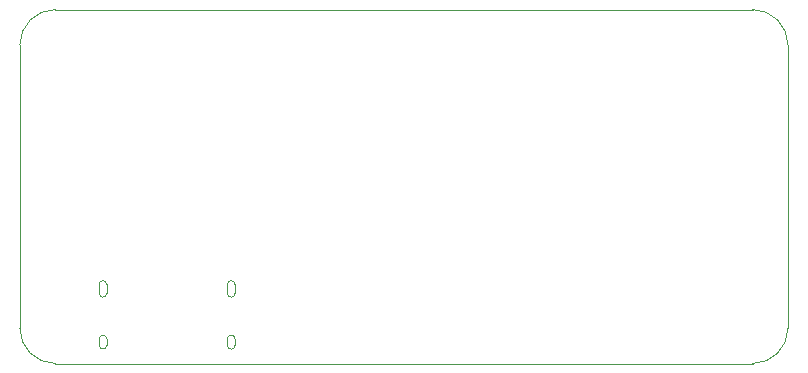
<source format=gbr>
%TF.GenerationSoftware,KiCad,Pcbnew,8.0.6*%
%TF.CreationDate,2024-11-16T22:08:26-08:00*%
%TF.ProjectId,SYNC-VT,53594e43-2d56-4542-9e6b-696361645f70,rev?*%
%TF.SameCoordinates,Original*%
%TF.FileFunction,Profile,NP*%
%FSLAX46Y46*%
G04 Gerber Fmt 4.6, Leading zero omitted, Abs format (unit mm)*
G04 Created by KiCad (PCBNEW 8.0.6) date 2024-11-16 22:08:26*
%MOMM*%
%LPD*%
G01*
G04 APERTURE LIST*
%TA.AperFunction,Profile*%
%ADD10C,0.100000*%
%TD*%
%TA.AperFunction,Profile*%
%ADD11C,0.010000*%
%TD*%
G04 APERTURE END LIST*
D10*
X148870000Y-61630000D02*
G75*
G02*
X145870000Y-64630000I-3000000J0D01*
G01*
X145870000Y-34660000D02*
G75*
G02*
X148870000Y-37660000I0J-3000000D01*
G01*
X86830000Y-64630000D02*
G75*
G02*
X83830000Y-61630000I0J3000000D01*
G01*
X83830000Y-37660000D02*
G75*
G02*
X86830000Y-34660000I3000000J0D01*
G01*
X145870000Y-64630000D02*
X86830000Y-64630000D01*
X148870000Y-37660000D02*
X148870000Y-61630000D01*
X86830000Y-34660000D02*
X145870000Y-34660000D01*
X83830000Y-61630000D02*
X83830000Y-37660000D01*
D11*
%TO.C,Jr1*%
X90545000Y-58315000D02*
X90545000Y-57935000D01*
X90545000Y-58695000D02*
X90545000Y-58315000D01*
X90545000Y-62815000D02*
X90545000Y-62535000D01*
X90545000Y-63095000D02*
X90545000Y-62815000D01*
X91195000Y-57935000D02*
X91195000Y-58315000D01*
X91195000Y-58315000D02*
X91195000Y-58695000D01*
X91195000Y-62535000D02*
X91195000Y-62815000D01*
X91195000Y-62815000D02*
X91195000Y-63095000D01*
X101395000Y-58315000D02*
X101395000Y-57935000D01*
X101395000Y-58695000D02*
X101395000Y-58315000D01*
X101395000Y-62815000D02*
X101395000Y-62535000D01*
X101395000Y-63095000D02*
X101395000Y-62815000D01*
X102045000Y-57935000D02*
X102045000Y-58315000D01*
X102045000Y-58315000D02*
X102045000Y-58695000D01*
X102045000Y-62535000D02*
X102045000Y-62815000D01*
X102045000Y-62815000D02*
X102045000Y-63095000D01*
X90545000Y-57935000D02*
G75*
G02*
X90870000Y-57615000I322500J-2500D01*
G01*
X90545000Y-62535000D02*
G75*
G02*
X90870000Y-62215000I322500J-2500D01*
G01*
X90870000Y-57615000D02*
G75*
G02*
X91195000Y-57935000I2500J-322500D01*
G01*
X90870000Y-59015000D02*
G75*
G02*
X90545000Y-58695000I-2500J322500D01*
G01*
X90870000Y-62215000D02*
G75*
G02*
X91195000Y-62535000I2500J-322500D01*
G01*
X90870000Y-63415000D02*
G75*
G02*
X90545000Y-63095000I-2500J322500D01*
G01*
X91195000Y-58695000D02*
G75*
G02*
X90870000Y-59015000I-322500J2500D01*
G01*
X91195000Y-63095000D02*
G75*
G02*
X90870000Y-63415000I-322500J2500D01*
G01*
X101395000Y-57935000D02*
G75*
G02*
X101720000Y-57615000I322500J-2500D01*
G01*
X101395000Y-62535000D02*
G75*
G02*
X101720000Y-62215000I322500J-2500D01*
G01*
X101720000Y-57615000D02*
G75*
G02*
X102045000Y-57935000I2500J-322500D01*
G01*
X101720000Y-59015000D02*
G75*
G02*
X101395000Y-58695000I-2500J322500D01*
G01*
X101720000Y-62215000D02*
G75*
G02*
X102045000Y-62535000I2500J-322500D01*
G01*
X101720000Y-63415000D02*
G75*
G02*
X101395000Y-63095000I-2500J322500D01*
G01*
X102045000Y-58695000D02*
G75*
G02*
X101720000Y-59015000I-322500J2500D01*
G01*
X102045000Y-63095000D02*
G75*
G02*
X101720000Y-63415000I-322500J2500D01*
G01*
%TD*%
M02*

</source>
